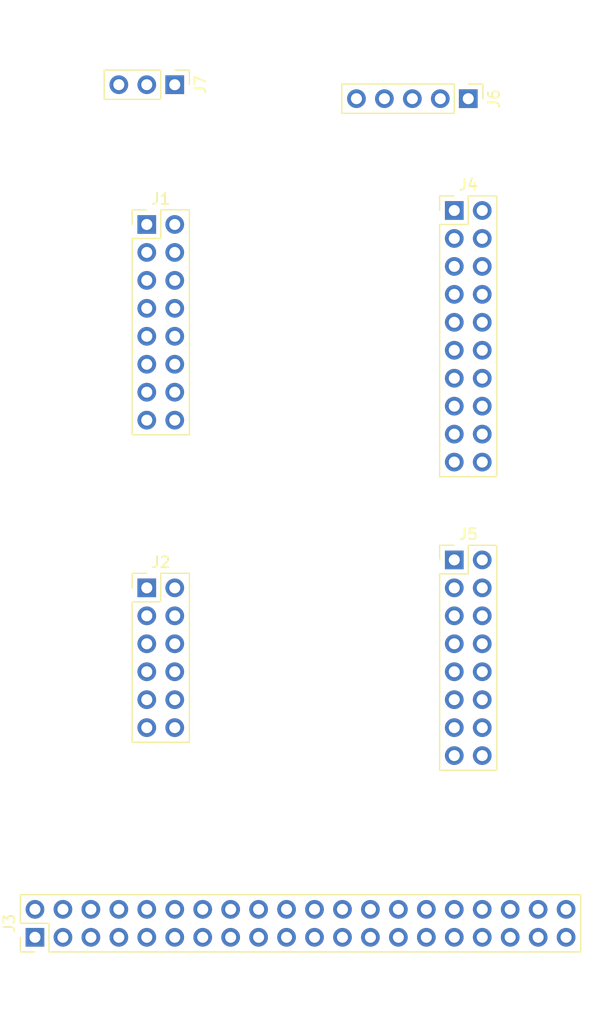
<source format=kicad_pcb>
(kicad_pcb (version 4) (host pcbnew 4.0.7)

  (general
    (links 25)
    (no_connects 25)
    (area 0 0 0 0)
    (thickness 1.6)
    (drawings 0)
    (tracks 0)
    (zones 0)
    (modules 7)
    (nets 88)
  )

  (page A4)
  (layers
    (0 F.Cu signal)
    (31 B.Cu signal)
    (32 B.Adhes user)
    (33 F.Adhes user)
    (34 B.Paste user)
    (35 F.Paste user)
    (36 B.SilkS user)
    (37 F.SilkS user)
    (38 B.Mask user)
    (39 F.Mask user)
    (40 Dwgs.User user)
    (41 Cmts.User user)
    (42 Eco1.User user)
    (43 Eco2.User user)
    (44 Edge.Cuts user)
    (45 Margin user)
    (46 B.CrtYd user)
    (47 F.CrtYd user)
    (48 B.Fab user)
    (49 F.Fab user)
  )

  (setup
    (last_trace_width 0.25)
    (trace_clearance 0.2)
    (zone_clearance 0.508)
    (zone_45_only no)
    (trace_min 0.2)
    (segment_width 0.2)
    (edge_width 0.15)
    (via_size 0.6)
    (via_drill 0.4)
    (via_min_size 0.4)
    (via_min_drill 0.3)
    (uvia_size 0.3)
    (uvia_drill 0.1)
    (uvias_allowed no)
    (uvia_min_size 0.2)
    (uvia_min_drill 0.1)
    (pcb_text_width 0.3)
    (pcb_text_size 1.5 1.5)
    (mod_edge_width 0.15)
    (mod_text_size 1 1)
    (mod_text_width 0.15)
    (pad_size 1.524 1.524)
    (pad_drill 0.762)
    (pad_to_mask_clearance 0.2)
    (aux_axis_origin 0 0)
    (visible_elements FFFFFF7F)
    (pcbplotparams
      (layerselection 0x00030_80000001)
      (usegerberextensions false)
      (excludeedgelayer true)
      (linewidth 0.100000)
      (plotframeref false)
      (viasonmask false)
      (mode 1)
      (useauxorigin false)
      (hpglpennumber 1)
      (hpglpenspeed 20)
      (hpglpendiameter 15)
      (hpglpenoverlay 2)
      (psnegative false)
      (psa4output false)
      (plotreference true)
      (plotvalue true)
      (plotinvisibletext false)
      (padsonsilk false)
      (subtractmaskfromsilk false)
      (outputformat 1)
      (mirror false)
      (drillshape 1)
      (scaleselection 1)
      (outputdirectory ""))
  )

  (net 0 "")
  (net 1 "Net-(J1-Pad1)")
  (net 2 "Net-(J1-Pad2)")
  (net 3 "Net-(J1-Pad3)")
  (net 4 "Net-(J1-Pad4)")
  (net 5 "Net-(J1-Pad5)")
  (net 6 "Net-(J1-Pad6)")
  (net 7 "Net-(J1-Pad7)")
  (net 8 "Net-(J1-Pad8)")
  (net 9 "Net-(J1-Pad9)")
  (net 10 "Net-(J1-Pad10)")
  (net 11 "Net-(J1-Pad11)")
  (net 12 /GND)
  (net 13 "Net-(J1-Pad13)")
  (net 14 "Net-(J1-Pad15)")
  (net 15 /5V)
  (net 16 "Net-(J2-Pad1)")
  (net 17 "Net-(J2-Pad2)")
  (net 18 "Net-(J2-Pad3)")
  (net 19 "Net-(J2-Pad4)")
  (net 20 "Net-(J2-Pad5)")
  (net 21 "Net-(J2-Pad6)")
  (net 22 "Net-(J2-Pad7)")
  (net 23 "Net-(J2-Pad8)")
  (net 24 "Net-(J2-Pad9)")
  (net 25 "Net-(J2-Pad10)")
  (net 26 "Net-(J2-Pad11)")
  (net 27 "Net-(J2-Pad12)")
  (net 28 "Net-(J3-Pad1)")
  (net 29 "Net-(J3-Pad3)")
  (net 30 "Net-(J3-Pad5)")
  (net 31 "Net-(J3-Pad7)")
  (net 32 "Net-(J3-Pad8)")
  (net 33 "Net-(J3-Pad10)")
  (net 34 "Net-(J3-Pad11)")
  (net 35 "Net-(J3-Pad12)")
  (net 36 "Net-(J3-Pad13)")
  (net 37 "Net-(J3-Pad15)")
  (net 38 "Net-(J3-Pad16)")
  (net 39 "Net-(J3-Pad17)")
  (net 40 "Net-(J3-Pad18)")
  (net 41 "Net-(J3-Pad19)")
  (net 42 "Net-(J3-Pad21)")
  (net 43 "Net-(J3-Pad22)")
  (net 44 "Net-(J3-Pad23)")
  (net 45 "Net-(J3-Pad24)")
  (net 46 "Net-(J3-Pad26)")
  (net 47 "Net-(J3-Pad27)")
  (net 48 "Net-(J3-Pad28)")
  (net 49 "Net-(J3-Pad29)")
  (net 50 /A1)
  (net 51 "Net-(J3-Pad32)")
  (net 52 /A2)
  (net 53 "Net-(J3-Pad35)")
  (net 54 "Net-(J3-Pad36)")
  (net 55 "Net-(J3-Pad37)")
  (net 56 /B1)
  (net 57 /B2)
  (net 58 "Net-(J4-Pad1)")
  (net 59 "Net-(J4-Pad2)")
  (net 60 /AO)
  (net 61 "Net-(J4-Pad6)")
  (net 62 "Net-(J4-Pad7)")
  (net 63 "Net-(J4-Pad8)")
  (net 64 "Net-(J4-Pad9)")
  (net 65 "Net-(J4-Pad10)")
  (net 66 "Net-(J4-Pad11)")
  (net 67 "Net-(J4-Pad12)")
  (net 68 "Net-(J4-Pad13)")
  (net 69 "Net-(J4-Pad15)")
  (net 70 "Net-(J4-Pad16)")
  (net 71 "Net-(J4-Pad17)")
  (net 72 "Net-(J4-Pad18)")
  (net 73 "Net-(J4-Pad19)")
  (net 74 "Net-(J4-Pad20)")
  (net 75 "Net-(J5-Pad1)")
  (net 76 "Net-(J5-Pad2)")
  (net 77 "Net-(J5-Pad3)")
  (net 78 "Net-(J5-Pad4)")
  (net 79 /CLK)
  (net 80 /SIG)
  (net 81 "Net-(J5-Pad8)")
  (net 82 "Net-(J5-Pad9)")
  (net 83 /SI)
  (net 84 "Net-(J5-Pad11)")
  (net 85 "Net-(J5-Pad12)")
  (net 86 "Net-(J5-Pad13)")
  (net 87 "Net-(J5-Pad15)")

  (net_class Default "This is the default net class."
    (clearance 0.2)
    (trace_width 0.25)
    (via_dia 0.6)
    (via_drill 0.4)
    (uvia_dia 0.3)
    (uvia_drill 0.1)
    (add_net /5V)
    (add_net /A1)
    (add_net /A2)
    (add_net /AO)
    (add_net /B1)
    (add_net /B2)
    (add_net /CLK)
    (add_net /GND)
    (add_net /SI)
    (add_net /SIG)
    (add_net "Net-(J1-Pad1)")
    (add_net "Net-(J1-Pad10)")
    (add_net "Net-(J1-Pad11)")
    (add_net "Net-(J1-Pad13)")
    (add_net "Net-(J1-Pad15)")
    (add_net "Net-(J1-Pad2)")
    (add_net "Net-(J1-Pad3)")
    (add_net "Net-(J1-Pad4)")
    (add_net "Net-(J1-Pad5)")
    (add_net "Net-(J1-Pad6)")
    (add_net "Net-(J1-Pad7)")
    (add_net "Net-(J1-Pad8)")
    (add_net "Net-(J1-Pad9)")
    (add_net "Net-(J2-Pad1)")
    (add_net "Net-(J2-Pad10)")
    (add_net "Net-(J2-Pad11)")
    (add_net "Net-(J2-Pad12)")
    (add_net "Net-(J2-Pad2)")
    (add_net "Net-(J2-Pad3)")
    (add_net "Net-(J2-Pad4)")
    (add_net "Net-(J2-Pad5)")
    (add_net "Net-(J2-Pad6)")
    (add_net "Net-(J2-Pad7)")
    (add_net "Net-(J2-Pad8)")
    (add_net "Net-(J2-Pad9)")
    (add_net "Net-(J3-Pad1)")
    (add_net "Net-(J3-Pad10)")
    (add_net "Net-(J3-Pad11)")
    (add_net "Net-(J3-Pad12)")
    (add_net "Net-(J3-Pad13)")
    (add_net "Net-(J3-Pad15)")
    (add_net "Net-(J3-Pad16)")
    (add_net "Net-(J3-Pad17)")
    (add_net "Net-(J3-Pad18)")
    (add_net "Net-(J3-Pad19)")
    (add_net "Net-(J3-Pad21)")
    (add_net "Net-(J3-Pad22)")
    (add_net "Net-(J3-Pad23)")
    (add_net "Net-(J3-Pad24)")
    (add_net "Net-(J3-Pad26)")
    (add_net "Net-(J3-Pad27)")
    (add_net "Net-(J3-Pad28)")
    (add_net "Net-(J3-Pad29)")
    (add_net "Net-(J3-Pad3)")
    (add_net "Net-(J3-Pad32)")
    (add_net "Net-(J3-Pad35)")
    (add_net "Net-(J3-Pad36)")
    (add_net "Net-(J3-Pad37)")
    (add_net "Net-(J3-Pad5)")
    (add_net "Net-(J3-Pad7)")
    (add_net "Net-(J3-Pad8)")
    (add_net "Net-(J4-Pad1)")
    (add_net "Net-(J4-Pad10)")
    (add_net "Net-(J4-Pad11)")
    (add_net "Net-(J4-Pad12)")
    (add_net "Net-(J4-Pad13)")
    (add_net "Net-(J4-Pad15)")
    (add_net "Net-(J4-Pad16)")
    (add_net "Net-(J4-Pad17)")
    (add_net "Net-(J4-Pad18)")
    (add_net "Net-(J4-Pad19)")
    (add_net "Net-(J4-Pad2)")
    (add_net "Net-(J4-Pad20)")
    (add_net "Net-(J4-Pad6)")
    (add_net "Net-(J4-Pad7)")
    (add_net "Net-(J4-Pad8)")
    (add_net "Net-(J4-Pad9)")
    (add_net "Net-(J5-Pad1)")
    (add_net "Net-(J5-Pad11)")
    (add_net "Net-(J5-Pad12)")
    (add_net "Net-(J5-Pad13)")
    (add_net "Net-(J5-Pad15)")
    (add_net "Net-(J5-Pad2)")
    (add_net "Net-(J5-Pad3)")
    (add_net "Net-(J5-Pad4)")
    (add_net "Net-(J5-Pad8)")
    (add_net "Net-(J5-Pad9)")
  )

  (module Pin_Headers:Pin_Header_Straight_2x08_Pitch2.54mm (layer F.Cu) (tedit 59650532) (tstamp 5BEBBA18)
    (at 113.03 60.96)
    (descr "Through hole straight pin header, 2x08, 2.54mm pitch, double rows")
    (tags "Through hole pin header THT 2x08 2.54mm double row")
    (path /5BEBC742)
    (fp_text reference J1 (at 1.27 -2.33) (layer F.SilkS)
      (effects (font (size 1 1) (thickness 0.15)))
    )
    (fp_text value top_left_header_02x08 (at 1.27 20.11) (layer F.Fab)
      (effects (font (size 1 1) (thickness 0.15)))
    )
    (fp_line (start 0 -1.27) (end 3.81 -1.27) (layer F.Fab) (width 0.1))
    (fp_line (start 3.81 -1.27) (end 3.81 19.05) (layer F.Fab) (width 0.1))
    (fp_line (start 3.81 19.05) (end -1.27 19.05) (layer F.Fab) (width 0.1))
    (fp_line (start -1.27 19.05) (end -1.27 0) (layer F.Fab) (width 0.1))
    (fp_line (start -1.27 0) (end 0 -1.27) (layer F.Fab) (width 0.1))
    (fp_line (start -1.33 19.11) (end 3.87 19.11) (layer F.SilkS) (width 0.12))
    (fp_line (start -1.33 1.27) (end -1.33 19.11) (layer F.SilkS) (width 0.12))
    (fp_line (start 3.87 -1.33) (end 3.87 19.11) (layer F.SilkS) (width 0.12))
    (fp_line (start -1.33 1.27) (end 1.27 1.27) (layer F.SilkS) (width 0.12))
    (fp_line (start 1.27 1.27) (end 1.27 -1.33) (layer F.SilkS) (width 0.12))
    (fp_line (start 1.27 -1.33) (end 3.87 -1.33) (layer F.SilkS) (width 0.12))
    (fp_line (start -1.33 0) (end -1.33 -1.33) (layer F.SilkS) (width 0.12))
    (fp_line (start -1.33 -1.33) (end 0 -1.33) (layer F.SilkS) (width 0.12))
    (fp_line (start -1.8 -1.8) (end -1.8 19.55) (layer F.CrtYd) (width 0.05))
    (fp_line (start -1.8 19.55) (end 4.35 19.55) (layer F.CrtYd) (width 0.05))
    (fp_line (start 4.35 19.55) (end 4.35 -1.8) (layer F.CrtYd) (width 0.05))
    (fp_line (start 4.35 -1.8) (end -1.8 -1.8) (layer F.CrtYd) (width 0.05))
    (fp_text user %R (at 1.27 8.89 90) (layer F.Fab)
      (effects (font (size 1 1) (thickness 0.15)))
    )
    (pad 1 thru_hole rect (at 0 0) (size 1.7 1.7) (drill 1) (layers *.Cu *.Mask)
      (net 1 "Net-(J1-Pad1)"))
    (pad 2 thru_hole oval (at 2.54 0) (size 1.7 1.7) (drill 1) (layers *.Cu *.Mask)
      (net 2 "Net-(J1-Pad2)"))
    (pad 3 thru_hole oval (at 0 2.54) (size 1.7 1.7) (drill 1) (layers *.Cu *.Mask)
      (net 3 "Net-(J1-Pad3)"))
    (pad 4 thru_hole oval (at 2.54 2.54) (size 1.7 1.7) (drill 1) (layers *.Cu *.Mask)
      (net 4 "Net-(J1-Pad4)"))
    (pad 5 thru_hole oval (at 0 5.08) (size 1.7 1.7) (drill 1) (layers *.Cu *.Mask)
      (net 5 "Net-(J1-Pad5)"))
    (pad 6 thru_hole oval (at 2.54 5.08) (size 1.7 1.7) (drill 1) (layers *.Cu *.Mask)
      (net 6 "Net-(J1-Pad6)"))
    (pad 7 thru_hole oval (at 0 7.62) (size 1.7 1.7) (drill 1) (layers *.Cu *.Mask)
      (net 7 "Net-(J1-Pad7)"))
    (pad 8 thru_hole oval (at 2.54 7.62) (size 1.7 1.7) (drill 1) (layers *.Cu *.Mask)
      (net 8 "Net-(J1-Pad8)"))
    (pad 9 thru_hole oval (at 0 10.16) (size 1.7 1.7) (drill 1) (layers *.Cu *.Mask)
      (net 9 "Net-(J1-Pad9)"))
    (pad 10 thru_hole oval (at 2.54 10.16) (size 1.7 1.7) (drill 1) (layers *.Cu *.Mask)
      (net 10 "Net-(J1-Pad10)"))
    (pad 11 thru_hole oval (at 0 12.7) (size 1.7 1.7) (drill 1) (layers *.Cu *.Mask)
      (net 11 "Net-(J1-Pad11)"))
    (pad 12 thru_hole oval (at 2.54 12.7) (size 1.7 1.7) (drill 1) (layers *.Cu *.Mask)
      (net 12 /GND))
    (pad 13 thru_hole oval (at 0 15.24) (size 1.7 1.7) (drill 1) (layers *.Cu *.Mask)
      (net 13 "Net-(J1-Pad13)"))
    (pad 14 thru_hole oval (at 2.54 15.24) (size 1.7 1.7) (drill 1) (layers *.Cu *.Mask)
      (net 12 /GND))
    (pad 15 thru_hole oval (at 0 17.78) (size 1.7 1.7) (drill 1) (layers *.Cu *.Mask)
      (net 14 "Net-(J1-Pad15)"))
    (pad 16 thru_hole oval (at 2.54 17.78) (size 1.7 1.7) (drill 1) (layers *.Cu *.Mask)
      (net 15 /5V))
    (model ${KISYS3DMOD}/Pin_Headers.3dshapes/Pin_Header_Straight_2x08_Pitch2.54mm.wrl
      (at (xyz 0 0 0))
      (scale (xyz 1 1 1))
      (rotate (xyz 0 0 0))
    )
  )

  (module Pin_Headers:Pin_Header_Straight_2x06_Pitch2.54mm (layer F.Cu) (tedit 59650532) (tstamp 5BEBBA28)
    (at 113.03 93.98)
    (descr "Through hole straight pin header, 2x06, 2.54mm pitch, double rows")
    (tags "Through hole pin header THT 2x06 2.54mm double row")
    (path /5BEBC80A)
    (fp_text reference J2 (at 1.27 -2.33) (layer F.SilkS)
      (effects (font (size 1 1) (thickness 0.15)))
    )
    (fp_text value bottom_left_header_02x06 (at 1.27 15.03) (layer F.Fab)
      (effects (font (size 1 1) (thickness 0.15)))
    )
    (fp_line (start 0 -1.27) (end 3.81 -1.27) (layer F.Fab) (width 0.1))
    (fp_line (start 3.81 -1.27) (end 3.81 13.97) (layer F.Fab) (width 0.1))
    (fp_line (start 3.81 13.97) (end -1.27 13.97) (layer F.Fab) (width 0.1))
    (fp_line (start -1.27 13.97) (end -1.27 0) (layer F.Fab) (width 0.1))
    (fp_line (start -1.27 0) (end 0 -1.27) (layer F.Fab) (width 0.1))
    (fp_line (start -1.33 14.03) (end 3.87 14.03) (layer F.SilkS) (width 0.12))
    (fp_line (start -1.33 1.27) (end -1.33 14.03) (layer F.SilkS) (width 0.12))
    (fp_line (start 3.87 -1.33) (end 3.87 14.03) (layer F.SilkS) (width 0.12))
    (fp_line (start -1.33 1.27) (end 1.27 1.27) (layer F.SilkS) (width 0.12))
    (fp_line (start 1.27 1.27) (end 1.27 -1.33) (layer F.SilkS) (width 0.12))
    (fp_line (start 1.27 -1.33) (end 3.87 -1.33) (layer F.SilkS) (width 0.12))
    (fp_line (start -1.33 0) (end -1.33 -1.33) (layer F.SilkS) (width 0.12))
    (fp_line (start -1.33 -1.33) (end 0 -1.33) (layer F.SilkS) (width 0.12))
    (fp_line (start -1.8 -1.8) (end -1.8 14.5) (layer F.CrtYd) (width 0.05))
    (fp_line (start -1.8 14.5) (end 4.35 14.5) (layer F.CrtYd) (width 0.05))
    (fp_line (start 4.35 14.5) (end 4.35 -1.8) (layer F.CrtYd) (width 0.05))
    (fp_line (start 4.35 -1.8) (end -1.8 -1.8) (layer F.CrtYd) (width 0.05))
    (fp_text user %R (at 1.27 6.35 90) (layer F.Fab)
      (effects (font (size 1 1) (thickness 0.15)))
    )
    (pad 1 thru_hole rect (at 0 0) (size 1.7 1.7) (drill 1) (layers *.Cu *.Mask)
      (net 16 "Net-(J2-Pad1)"))
    (pad 2 thru_hole oval (at 2.54 0) (size 1.7 1.7) (drill 1) (layers *.Cu *.Mask)
      (net 17 "Net-(J2-Pad2)"))
    (pad 3 thru_hole oval (at 0 2.54) (size 1.7 1.7) (drill 1) (layers *.Cu *.Mask)
      (net 18 "Net-(J2-Pad3)"))
    (pad 4 thru_hole oval (at 2.54 2.54) (size 1.7 1.7) (drill 1) (layers *.Cu *.Mask)
      (net 19 "Net-(J2-Pad4)"))
    (pad 5 thru_hole oval (at 0 5.08) (size 1.7 1.7) (drill 1) (layers *.Cu *.Mask)
      (net 20 "Net-(J2-Pad5)"))
    (pad 6 thru_hole oval (at 2.54 5.08) (size 1.7 1.7) (drill 1) (layers *.Cu *.Mask)
      (net 21 "Net-(J2-Pad6)"))
    (pad 7 thru_hole oval (at 0 7.62) (size 1.7 1.7) (drill 1) (layers *.Cu *.Mask)
      (net 22 "Net-(J2-Pad7)"))
    (pad 8 thru_hole oval (at 2.54 7.62) (size 1.7 1.7) (drill 1) (layers *.Cu *.Mask)
      (net 23 "Net-(J2-Pad8)"))
    (pad 9 thru_hole oval (at 0 10.16) (size 1.7 1.7) (drill 1) (layers *.Cu *.Mask)
      (net 24 "Net-(J2-Pad9)"))
    (pad 10 thru_hole oval (at 2.54 10.16) (size 1.7 1.7) (drill 1) (layers *.Cu *.Mask)
      (net 25 "Net-(J2-Pad10)"))
    (pad 11 thru_hole oval (at 0 12.7) (size 1.7 1.7) (drill 1) (layers *.Cu *.Mask)
      (net 26 "Net-(J2-Pad11)"))
    (pad 12 thru_hole oval (at 2.54 12.7) (size 1.7 1.7) (drill 1) (layers *.Cu *.Mask)
      (net 27 "Net-(J2-Pad12)"))
    (model ${KISYS3DMOD}/Pin_Headers.3dshapes/Pin_Header_Straight_2x06_Pitch2.54mm.wrl
      (at (xyz 0 0 0))
      (scale (xyz 1 1 1))
      (rotate (xyz 0 0 0))
    )
  )

  (module Pin_Headers:Pin_Header_Straight_2x20_Pitch2.54mm (layer F.Cu) (tedit 59650533) (tstamp 5BEBBA54)
    (at 102.87 125.73 90)
    (descr "Through hole straight pin header, 2x20, 2.54mm pitch, double rows")
    (tags "Through hole pin header THT 2x20 2.54mm double row")
    (path /5BEBCC38)
    (fp_text reference J3 (at 1.27 -2.33 90) (layer F.SilkS)
      (effects (font (size 1 1) (thickness 0.15)))
    )
    (fp_text value rpi_motor_driver_header (at 1.27 50.59 90) (layer F.Fab)
      (effects (font (size 1 1) (thickness 0.15)))
    )
    (fp_line (start 0 -1.27) (end 3.81 -1.27) (layer F.Fab) (width 0.1))
    (fp_line (start 3.81 -1.27) (end 3.81 49.53) (layer F.Fab) (width 0.1))
    (fp_line (start 3.81 49.53) (end -1.27 49.53) (layer F.Fab) (width 0.1))
    (fp_line (start -1.27 49.53) (end -1.27 0) (layer F.Fab) (width 0.1))
    (fp_line (start -1.27 0) (end 0 -1.27) (layer F.Fab) (width 0.1))
    (fp_line (start -1.33 49.59) (end 3.87 49.59) (layer F.SilkS) (width 0.12))
    (fp_line (start -1.33 1.27) (end -1.33 49.59) (layer F.SilkS) (width 0.12))
    (fp_line (start 3.87 -1.33) (end 3.87 49.59) (layer F.SilkS) (width 0.12))
    (fp_line (start -1.33 1.27) (end 1.27 1.27) (layer F.SilkS) (width 0.12))
    (fp_line (start 1.27 1.27) (end 1.27 -1.33) (layer F.SilkS) (width 0.12))
    (fp_line (start 1.27 -1.33) (end 3.87 -1.33) (layer F.SilkS) (width 0.12))
    (fp_line (start -1.33 0) (end -1.33 -1.33) (layer F.SilkS) (width 0.12))
    (fp_line (start -1.33 -1.33) (end 0 -1.33) (layer F.SilkS) (width 0.12))
    (fp_line (start -1.8 -1.8) (end -1.8 50.05) (layer F.CrtYd) (width 0.05))
    (fp_line (start -1.8 50.05) (end 4.35 50.05) (layer F.CrtYd) (width 0.05))
    (fp_line (start 4.35 50.05) (end 4.35 -1.8) (layer F.CrtYd) (width 0.05))
    (fp_line (start 4.35 -1.8) (end -1.8 -1.8) (layer F.CrtYd) (width 0.05))
    (fp_text user %R (at 1.27 24.13 180) (layer F.Fab)
      (effects (font (size 1 1) (thickness 0.15)))
    )
    (pad 1 thru_hole rect (at 0 0 90) (size 1.7 1.7) (drill 1) (layers *.Cu *.Mask)
      (net 28 "Net-(J3-Pad1)"))
    (pad 2 thru_hole oval (at 2.54 0 90) (size 1.7 1.7) (drill 1) (layers *.Cu *.Mask)
      (net 15 /5V))
    (pad 3 thru_hole oval (at 0 2.54 90) (size 1.7 1.7) (drill 1) (layers *.Cu *.Mask)
      (net 29 "Net-(J3-Pad3)"))
    (pad 4 thru_hole oval (at 2.54 2.54 90) (size 1.7 1.7) (drill 1) (layers *.Cu *.Mask)
      (net 15 /5V))
    (pad 5 thru_hole oval (at 0 5.08 90) (size 1.7 1.7) (drill 1) (layers *.Cu *.Mask)
      (net 30 "Net-(J3-Pad5)"))
    (pad 6 thru_hole oval (at 2.54 5.08 90) (size 1.7 1.7) (drill 1) (layers *.Cu *.Mask)
      (net 12 /GND))
    (pad 7 thru_hole oval (at 0 7.62 90) (size 1.7 1.7) (drill 1) (layers *.Cu *.Mask)
      (net 31 "Net-(J3-Pad7)"))
    (pad 8 thru_hole oval (at 2.54 7.62 90) (size 1.7 1.7) (drill 1) (layers *.Cu *.Mask)
      (net 32 "Net-(J3-Pad8)"))
    (pad 9 thru_hole oval (at 0 10.16 90) (size 1.7 1.7) (drill 1) (layers *.Cu *.Mask)
      (net 12 /GND))
    (pad 10 thru_hole oval (at 2.54 10.16 90) (size 1.7 1.7) (drill 1) (layers *.Cu *.Mask)
      (net 33 "Net-(J3-Pad10)"))
    (pad 11 thru_hole oval (at 0 12.7 90) (size 1.7 1.7) (drill 1) (layers *.Cu *.Mask)
      (net 34 "Net-(J3-Pad11)"))
    (pad 12 thru_hole oval (at 2.54 12.7 90) (size 1.7 1.7) (drill 1) (layers *.Cu *.Mask)
      (net 35 "Net-(J3-Pad12)"))
    (pad 13 thru_hole oval (at 0 15.24 90) (size 1.7 1.7) (drill 1) (layers *.Cu *.Mask)
      (net 36 "Net-(J3-Pad13)"))
    (pad 14 thru_hole oval (at 2.54 15.24 90) (size 1.7 1.7) (drill 1) (layers *.Cu *.Mask)
      (net 12 /GND))
    (pad 15 thru_hole oval (at 0 17.78 90) (size 1.7 1.7) (drill 1) (layers *.Cu *.Mask)
      (net 37 "Net-(J3-Pad15)"))
    (pad 16 thru_hole oval (at 2.54 17.78 90) (size 1.7 1.7) (drill 1) (layers *.Cu *.Mask)
      (net 38 "Net-(J3-Pad16)"))
    (pad 17 thru_hole oval (at 0 20.32 90) (size 1.7 1.7) (drill 1) (layers *.Cu *.Mask)
      (net 39 "Net-(J3-Pad17)"))
    (pad 18 thru_hole oval (at 2.54 20.32 90) (size 1.7 1.7) (drill 1) (layers *.Cu *.Mask)
      (net 40 "Net-(J3-Pad18)"))
    (pad 19 thru_hole oval (at 0 22.86 90) (size 1.7 1.7) (drill 1) (layers *.Cu *.Mask)
      (net 41 "Net-(J3-Pad19)"))
    (pad 20 thru_hole oval (at 2.54 22.86 90) (size 1.7 1.7) (drill 1) (layers *.Cu *.Mask)
      (net 12 /GND))
    (pad 21 thru_hole oval (at 0 25.4 90) (size 1.7 1.7) (drill 1) (layers *.Cu *.Mask)
      (net 42 "Net-(J3-Pad21)"))
    (pad 22 thru_hole oval (at 2.54 25.4 90) (size 1.7 1.7) (drill 1) (layers *.Cu *.Mask)
      (net 43 "Net-(J3-Pad22)"))
    (pad 23 thru_hole oval (at 0 27.94 90) (size 1.7 1.7) (drill 1) (layers *.Cu *.Mask)
      (net 44 "Net-(J3-Pad23)"))
    (pad 24 thru_hole oval (at 2.54 27.94 90) (size 1.7 1.7) (drill 1) (layers *.Cu *.Mask)
      (net 45 "Net-(J3-Pad24)"))
    (pad 25 thru_hole oval (at 0 30.48 90) (size 1.7 1.7) (drill 1) (layers *.Cu *.Mask)
      (net 12 /GND))
    (pad 26 thru_hole oval (at 2.54 30.48 90) (size 1.7 1.7) (drill 1) (layers *.Cu *.Mask)
      (net 46 "Net-(J3-Pad26)"))
    (pad 27 thru_hole oval (at 0 33.02 90) (size 1.7 1.7) (drill 1) (layers *.Cu *.Mask)
      (net 47 "Net-(J3-Pad27)"))
    (pad 28 thru_hole oval (at 2.54 33.02 90) (size 1.7 1.7) (drill 1) (layers *.Cu *.Mask)
      (net 48 "Net-(J3-Pad28)"))
    (pad 29 thru_hole oval (at 0 35.56 90) (size 1.7 1.7) (drill 1) (layers *.Cu *.Mask)
      (net 49 "Net-(J3-Pad29)"))
    (pad 30 thru_hole oval (at 2.54 35.56 90) (size 1.7 1.7) (drill 1) (layers *.Cu *.Mask)
      (net 12 /GND))
    (pad 31 thru_hole oval (at 0 38.1 90) (size 1.7 1.7) (drill 1) (layers *.Cu *.Mask)
      (net 50 /A1))
    (pad 32 thru_hole oval (at 2.54 38.1 90) (size 1.7 1.7) (drill 1) (layers *.Cu *.Mask)
      (net 51 "Net-(J3-Pad32)"))
    (pad 33 thru_hole oval (at 0 40.64 90) (size 1.7 1.7) (drill 1) (layers *.Cu *.Mask)
      (net 52 /A2))
    (pad 34 thru_hole oval (at 2.54 40.64 90) (size 1.7 1.7) (drill 1) (layers *.Cu *.Mask)
      (net 12 /GND))
    (pad 35 thru_hole oval (at 0 43.18 90) (size 1.7 1.7) (drill 1) (layers *.Cu *.Mask)
      (net 53 "Net-(J3-Pad35)"))
    (pad 36 thru_hole oval (at 2.54 43.18 90) (size 1.7 1.7) (drill 1) (layers *.Cu *.Mask)
      (net 54 "Net-(J3-Pad36)"))
    (pad 37 thru_hole oval (at 0 45.72 90) (size 1.7 1.7) (drill 1) (layers *.Cu *.Mask)
      (net 55 "Net-(J3-Pad37)"))
    (pad 38 thru_hole oval (at 2.54 45.72 90) (size 1.7 1.7) (drill 1) (layers *.Cu *.Mask)
      (net 56 /B1))
    (pad 39 thru_hole oval (at 0 48.26 90) (size 1.7 1.7) (drill 1) (layers *.Cu *.Mask)
      (net 12 /GND))
    (pad 40 thru_hole oval (at 2.54 48.26 90) (size 1.7 1.7) (drill 1) (layers *.Cu *.Mask)
      (net 57 /B2))
    (model ${KISYS3DMOD}/Pin_Headers.3dshapes/Pin_Header_Straight_2x20_Pitch2.54mm.wrl
      (at (xyz 0 0 0))
      (scale (xyz 1 1 1))
      (rotate (xyz 0 0 0))
    )
  )

  (module Pin_Headers:Pin_Header_Straight_2x10_Pitch2.54mm (layer F.Cu) (tedit 59650532) (tstamp 5BEBBA6C)
    (at 140.97 59.69)
    (descr "Through hole straight pin header, 2x10, 2.54mm pitch, double rows")
    (tags "Through hole pin header THT 2x10 2.54mm double row")
    (path /5BEBC857)
    (fp_text reference J4 (at 1.27 -2.33) (layer F.SilkS)
      (effects (font (size 1 1) (thickness 0.15)))
    )
    (fp_text value top_right_header_02x10 (at 1.27 25.19) (layer F.Fab)
      (effects (font (size 1 1) (thickness 0.15)))
    )
    (fp_line (start 0 -1.27) (end 3.81 -1.27) (layer F.Fab) (width 0.1))
    (fp_line (start 3.81 -1.27) (end 3.81 24.13) (layer F.Fab) (width 0.1))
    (fp_line (start 3.81 24.13) (end -1.27 24.13) (layer F.Fab) (width 0.1))
    (fp_line (start -1.27 24.13) (end -1.27 0) (layer F.Fab) (width 0.1))
    (fp_line (start -1.27 0) (end 0 -1.27) (layer F.Fab) (width 0.1))
    (fp_line (start -1.33 24.19) (end 3.87 24.19) (layer F.SilkS) (width 0.12))
    (fp_line (start -1.33 1.27) (end -1.33 24.19) (layer F.SilkS) (width 0.12))
    (fp_line (start 3.87 -1.33) (end 3.87 24.19) (layer F.SilkS) (width 0.12))
    (fp_line (start -1.33 1.27) (end 1.27 1.27) (layer F.SilkS) (width 0.12))
    (fp_line (start 1.27 1.27) (end 1.27 -1.33) (layer F.SilkS) (width 0.12))
    (fp_line (start 1.27 -1.33) (end 3.87 -1.33) (layer F.SilkS) (width 0.12))
    (fp_line (start -1.33 0) (end -1.33 -1.33) (layer F.SilkS) (width 0.12))
    (fp_line (start -1.33 -1.33) (end 0 -1.33) (layer F.SilkS) (width 0.12))
    (fp_line (start -1.8 -1.8) (end -1.8 24.65) (layer F.CrtYd) (width 0.05))
    (fp_line (start -1.8 24.65) (end 4.35 24.65) (layer F.CrtYd) (width 0.05))
    (fp_line (start 4.35 24.65) (end 4.35 -1.8) (layer F.CrtYd) (width 0.05))
    (fp_line (start 4.35 -1.8) (end -1.8 -1.8) (layer F.CrtYd) (width 0.05))
    (fp_text user %R (at 1.27 11.43 90) (layer F.Fab)
      (effects (font (size 1 1) (thickness 0.15)))
    )
    (pad 1 thru_hole rect (at 0 0) (size 1.7 1.7) (drill 1) (layers *.Cu *.Mask)
      (net 58 "Net-(J4-Pad1)"))
    (pad 2 thru_hole oval (at 2.54 0) (size 1.7 1.7) (drill 1) (layers *.Cu *.Mask)
      (net 59 "Net-(J4-Pad2)"))
    (pad 3 thru_hole oval (at 0 2.54) (size 1.7 1.7) (drill 1) (layers *.Cu *.Mask)
      (net 12 /GND))
    (pad 4 thru_hole oval (at 2.54 2.54) (size 1.7 1.7) (drill 1) (layers *.Cu *.Mask)
      (net 57 /B2))
    (pad 5 thru_hole oval (at 0 5.08) (size 1.7 1.7) (drill 1) (layers *.Cu *.Mask)
      (net 60 /AO))
    (pad 6 thru_hole oval (at 2.54 5.08) (size 1.7 1.7) (drill 1) (layers *.Cu *.Mask)
      (net 61 "Net-(J4-Pad6)"))
    (pad 7 thru_hole oval (at 0 7.62) (size 1.7 1.7) (drill 1) (layers *.Cu *.Mask)
      (net 62 "Net-(J4-Pad7)"))
    (pad 8 thru_hole oval (at 2.54 7.62) (size 1.7 1.7) (drill 1) (layers *.Cu *.Mask)
      (net 63 "Net-(J4-Pad8)"))
    (pad 9 thru_hole oval (at 0 10.16) (size 1.7 1.7) (drill 1) (layers *.Cu *.Mask)
      (net 64 "Net-(J4-Pad9)"))
    (pad 10 thru_hole oval (at 2.54 10.16) (size 1.7 1.7) (drill 1) (layers *.Cu *.Mask)
      (net 65 "Net-(J4-Pad10)"))
    (pad 11 thru_hole oval (at 0 12.7) (size 1.7 1.7) (drill 1) (layers *.Cu *.Mask)
      (net 66 "Net-(J4-Pad11)"))
    (pad 12 thru_hole oval (at 2.54 12.7) (size 1.7 1.7) (drill 1) (layers *.Cu *.Mask)
      (net 67 "Net-(J4-Pad12)"))
    (pad 13 thru_hole oval (at 0 15.24) (size 1.7 1.7) (drill 1) (layers *.Cu *.Mask)
      (net 68 "Net-(J4-Pad13)"))
    (pad 14 thru_hole oval (at 2.54 15.24) (size 1.7 1.7) (drill 1) (layers *.Cu *.Mask)
      (net 12 /GND))
    (pad 15 thru_hole oval (at 0 17.78) (size 1.7 1.7) (drill 1) (layers *.Cu *.Mask)
      (net 69 "Net-(J4-Pad15)"))
    (pad 16 thru_hole oval (at 2.54 17.78) (size 1.7 1.7) (drill 1) (layers *.Cu *.Mask)
      (net 70 "Net-(J4-Pad16)"))
    (pad 17 thru_hole oval (at 0 20.32) (size 1.7 1.7) (drill 1) (layers *.Cu *.Mask)
      (net 71 "Net-(J4-Pad17)"))
    (pad 18 thru_hole oval (at 2.54 20.32) (size 1.7 1.7) (drill 1) (layers *.Cu *.Mask)
      (net 72 "Net-(J4-Pad18)"))
    (pad 19 thru_hole oval (at 0 22.86) (size 1.7 1.7) (drill 1) (layers *.Cu *.Mask)
      (net 73 "Net-(J4-Pad19)"))
    (pad 20 thru_hole oval (at 2.54 22.86) (size 1.7 1.7) (drill 1) (layers *.Cu *.Mask)
      (net 74 "Net-(J4-Pad20)"))
    (model ${KISYS3DMOD}/Pin_Headers.3dshapes/Pin_Header_Straight_2x10_Pitch2.54mm.wrl
      (at (xyz 0 0 0))
      (scale (xyz 1 1 1))
      (rotate (xyz 0 0 0))
    )
  )

  (module Pin_Headers:Pin_Header_Straight_2x08_Pitch2.54mm (layer F.Cu) (tedit 59650532) (tstamp 5BEBBA80)
    (at 140.97 91.44)
    (descr "Through hole straight pin header, 2x08, 2.54mm pitch, double rows")
    (tags "Through hole pin header THT 2x08 2.54mm double row")
    (path /5BEBCB19)
    (fp_text reference J5 (at 1.27 -2.33) (layer F.SilkS)
      (effects (font (size 1 1) (thickness 0.15)))
    )
    (fp_text value bottom_right_header_02x08 (at 1.27 20.11) (layer F.Fab)
      (effects (font (size 1 1) (thickness 0.15)))
    )
    (fp_line (start 0 -1.27) (end 3.81 -1.27) (layer F.Fab) (width 0.1))
    (fp_line (start 3.81 -1.27) (end 3.81 19.05) (layer F.Fab) (width 0.1))
    (fp_line (start 3.81 19.05) (end -1.27 19.05) (layer F.Fab) (width 0.1))
    (fp_line (start -1.27 19.05) (end -1.27 0) (layer F.Fab) (width 0.1))
    (fp_line (start -1.27 0) (end 0 -1.27) (layer F.Fab) (width 0.1))
    (fp_line (start -1.33 19.11) (end 3.87 19.11) (layer F.SilkS) (width 0.12))
    (fp_line (start -1.33 1.27) (end -1.33 19.11) (layer F.SilkS) (width 0.12))
    (fp_line (start 3.87 -1.33) (end 3.87 19.11) (layer F.SilkS) (width 0.12))
    (fp_line (start -1.33 1.27) (end 1.27 1.27) (layer F.SilkS) (width 0.12))
    (fp_line (start 1.27 1.27) (end 1.27 -1.33) (layer F.SilkS) (width 0.12))
    (fp_line (start 1.27 -1.33) (end 3.87 -1.33) (layer F.SilkS) (width 0.12))
    (fp_line (start -1.33 0) (end -1.33 -1.33) (layer F.SilkS) (width 0.12))
    (fp_line (start -1.33 -1.33) (end 0 -1.33) (layer F.SilkS) (width 0.12))
    (fp_line (start -1.8 -1.8) (end -1.8 19.55) (layer F.CrtYd) (width 0.05))
    (fp_line (start -1.8 19.55) (end 4.35 19.55) (layer F.CrtYd) (width 0.05))
    (fp_line (start 4.35 19.55) (end 4.35 -1.8) (layer F.CrtYd) (width 0.05))
    (fp_line (start 4.35 -1.8) (end -1.8 -1.8) (layer F.CrtYd) (width 0.05))
    (fp_text user %R (at 1.27 8.89 90) (layer F.Fab)
      (effects (font (size 1 1) (thickness 0.15)))
    )
    (pad 1 thru_hole rect (at 0 0) (size 1.7 1.7) (drill 1) (layers *.Cu *.Mask)
      (net 75 "Net-(J5-Pad1)"))
    (pad 2 thru_hole oval (at 2.54 0) (size 1.7 1.7) (drill 1) (layers *.Cu *.Mask)
      (net 76 "Net-(J5-Pad2)"))
    (pad 3 thru_hole oval (at 0 2.54) (size 1.7 1.7) (drill 1) (layers *.Cu *.Mask)
      (net 77 "Net-(J5-Pad3)"))
    (pad 4 thru_hole oval (at 2.54 2.54) (size 1.7 1.7) (drill 1) (layers *.Cu *.Mask)
      (net 78 "Net-(J5-Pad4)"))
    (pad 5 thru_hole oval (at 0 5.08) (size 1.7 1.7) (drill 1) (layers *.Cu *.Mask)
      (net 50 /A1))
    (pad 6 thru_hole oval (at 2.54 5.08) (size 1.7 1.7) (drill 1) (layers *.Cu *.Mask)
      (net 79 /CLK))
    (pad 7 thru_hole oval (at 0 7.62) (size 1.7 1.7) (drill 1) (layers *.Cu *.Mask)
      (net 80 /SIG))
    (pad 8 thru_hole oval (at 2.54 7.62) (size 1.7 1.7) (drill 1) (layers *.Cu *.Mask)
      (net 81 "Net-(J5-Pad8)"))
    (pad 9 thru_hole oval (at 0 10.16) (size 1.7 1.7) (drill 1) (layers *.Cu *.Mask)
      (net 82 "Net-(J5-Pad9)"))
    (pad 10 thru_hole oval (at 2.54 10.16) (size 1.7 1.7) (drill 1) (layers *.Cu *.Mask)
      (net 83 /SI))
    (pad 11 thru_hole oval (at 0 12.7) (size 1.7 1.7) (drill 1) (layers *.Cu *.Mask)
      (net 84 "Net-(J5-Pad11)"))
    (pad 12 thru_hole oval (at 2.54 12.7) (size 1.7 1.7) (drill 1) (layers *.Cu *.Mask)
      (net 85 "Net-(J5-Pad12)"))
    (pad 13 thru_hole oval (at 0 15.24) (size 1.7 1.7) (drill 1) (layers *.Cu *.Mask)
      (net 86 "Net-(J5-Pad13)"))
    (pad 14 thru_hole oval (at 2.54 15.24) (size 1.7 1.7) (drill 1) (layers *.Cu *.Mask)
      (net 52 /A2))
    (pad 15 thru_hole oval (at 0 17.78) (size 1.7 1.7) (drill 1) (layers *.Cu *.Mask)
      (net 87 "Net-(J5-Pad15)"))
    (pad 16 thru_hole oval (at 2.54 17.78) (size 1.7 1.7) (drill 1) (layers *.Cu *.Mask)
      (net 56 /B1))
    (model ${KISYS3DMOD}/Pin_Headers.3dshapes/Pin_Header_Straight_2x08_Pitch2.54mm.wrl
      (at (xyz 0 0 0))
      (scale (xyz 1 1 1))
      (rotate (xyz 0 0 0))
    )
  )

  (module Pin_Headers:Pin_Header_Straight_1x05_Pitch2.54mm (layer F.Cu) (tedit 59650532) (tstamp 5BEBBA89)
    (at 142.24 49.53 270)
    (descr "Through hole straight pin header, 1x05, 2.54mm pitch, single row")
    (tags "Through hole pin header THT 1x05 2.54mm single row")
    (path /5BEBD558)
    (fp_text reference J6 (at 0 -2.33 270) (layer F.SilkS)
      (effects (font (size 1 1) (thickness 0.15)))
    )
    (fp_text value camera_header_01x05 (at 0 12.49 270) (layer F.Fab)
      (effects (font (size 1 1) (thickness 0.15)))
    )
    (fp_line (start -0.635 -1.27) (end 1.27 -1.27) (layer F.Fab) (width 0.1))
    (fp_line (start 1.27 -1.27) (end 1.27 11.43) (layer F.Fab) (width 0.1))
    (fp_line (start 1.27 11.43) (end -1.27 11.43) (layer F.Fab) (width 0.1))
    (fp_line (start -1.27 11.43) (end -1.27 -0.635) (layer F.Fab) (width 0.1))
    (fp_line (start -1.27 -0.635) (end -0.635 -1.27) (layer F.Fab) (width 0.1))
    (fp_line (start -1.33 11.49) (end 1.33 11.49) (layer F.SilkS) (width 0.12))
    (fp_line (start -1.33 1.27) (end -1.33 11.49) (layer F.SilkS) (width 0.12))
    (fp_line (start 1.33 1.27) (end 1.33 11.49) (layer F.SilkS) (width 0.12))
    (fp_line (start -1.33 1.27) (end 1.33 1.27) (layer F.SilkS) (width 0.12))
    (fp_line (start -1.33 0) (end -1.33 -1.33) (layer F.SilkS) (width 0.12))
    (fp_line (start -1.33 -1.33) (end 0 -1.33) (layer F.SilkS) (width 0.12))
    (fp_line (start -1.8 -1.8) (end -1.8 11.95) (layer F.CrtYd) (width 0.05))
    (fp_line (start -1.8 11.95) (end 1.8 11.95) (layer F.CrtYd) (width 0.05))
    (fp_line (start 1.8 11.95) (end 1.8 -1.8) (layer F.CrtYd) (width 0.05))
    (fp_line (start 1.8 -1.8) (end -1.8 -1.8) (layer F.CrtYd) (width 0.05))
    (fp_text user %R (at 0 5.08 360) (layer F.Fab)
      (effects (font (size 1 1) (thickness 0.15)))
    )
    (pad 1 thru_hole rect (at 0 0 270) (size 1.7 1.7) (drill 1) (layers *.Cu *.Mask)
      (net 12 /GND))
    (pad 2 thru_hole oval (at 0 2.54 270) (size 1.7 1.7) (drill 1) (layers *.Cu *.Mask)
      (net 15 /5V))
    (pad 3 thru_hole oval (at 0 5.08 270) (size 1.7 1.7) (drill 1) (layers *.Cu *.Mask)
      (net 79 /CLK))
    (pad 4 thru_hole oval (at 0 7.62 270) (size 1.7 1.7) (drill 1) (layers *.Cu *.Mask)
      (net 83 /SI))
    (pad 5 thru_hole oval (at 0 10.16 270) (size 1.7 1.7) (drill 1) (layers *.Cu *.Mask)
      (net 60 /AO))
    (model ${KISYS3DMOD}/Pin_Headers.3dshapes/Pin_Header_Straight_1x05_Pitch2.54mm.wrl
      (at (xyz 0 0 0))
      (scale (xyz 1 1 1))
      (rotate (xyz 0 0 0))
    )
  )

  (module Pin_Headers:Pin_Header_Straight_1x03_Pitch2.54mm (layer F.Cu) (tedit 59650532) (tstamp 5BEBBA90)
    (at 115.57 48.26 270)
    (descr "Through hole straight pin header, 1x03, 2.54mm pitch, single row")
    (tags "Through hole pin header THT 1x03 2.54mm single row")
    (path /5BEBE0BE)
    (fp_text reference J7 (at 0 -2.33 270) (layer F.SilkS)
      (effects (font (size 1 1) (thickness 0.15)))
    )
    (fp_text value servo_header_01x03 (at 0 7.41 270) (layer F.Fab)
      (effects (font (size 1 1) (thickness 0.15)))
    )
    (fp_line (start -0.635 -1.27) (end 1.27 -1.27) (layer F.Fab) (width 0.1))
    (fp_line (start 1.27 -1.27) (end 1.27 6.35) (layer F.Fab) (width 0.1))
    (fp_line (start 1.27 6.35) (end -1.27 6.35) (layer F.Fab) (width 0.1))
    (fp_line (start -1.27 6.35) (end -1.27 -0.635) (layer F.Fab) (width 0.1))
    (fp_line (start -1.27 -0.635) (end -0.635 -1.27) (layer F.Fab) (width 0.1))
    (fp_line (start -1.33 6.41) (end 1.33 6.41) (layer F.SilkS) (width 0.12))
    (fp_line (start -1.33 1.27) (end -1.33 6.41) (layer F.SilkS) (width 0.12))
    (fp_line (start 1.33 1.27) (end 1.33 6.41) (layer F.SilkS) (width 0.12))
    (fp_line (start -1.33 1.27) (end 1.33 1.27) (layer F.SilkS) (width 0.12))
    (fp_line (start -1.33 0) (end -1.33 -1.33) (layer F.SilkS) (width 0.12))
    (fp_line (start -1.33 -1.33) (end 0 -1.33) (layer F.SilkS) (width 0.12))
    (fp_line (start -1.8 -1.8) (end -1.8 6.85) (layer F.CrtYd) (width 0.05))
    (fp_line (start -1.8 6.85) (end 1.8 6.85) (layer F.CrtYd) (width 0.05))
    (fp_line (start 1.8 6.85) (end 1.8 -1.8) (layer F.CrtYd) (width 0.05))
    (fp_line (start 1.8 -1.8) (end -1.8 -1.8) (layer F.CrtYd) (width 0.05))
    (fp_text user %R (at 0 2.54 360) (layer F.Fab)
      (effects (font (size 1 1) (thickness 0.15)))
    )
    (pad 1 thru_hole rect (at 0 0 270) (size 1.7 1.7) (drill 1) (layers *.Cu *.Mask)
      (net 12 /GND))
    (pad 2 thru_hole oval (at 0 2.54 270) (size 1.7 1.7) (drill 1) (layers *.Cu *.Mask)
      (net 15 /5V))
    (pad 3 thru_hole oval (at 0 5.08 270) (size 1.7 1.7) (drill 1) (layers *.Cu *.Mask)
      (net 80 /SIG))
    (model ${KISYS3DMOD}/Pin_Headers.3dshapes/Pin_Header_Straight_1x03_Pitch2.54mm.wrl
      (at (xyz 0 0 0))
      (scale (xyz 1 1 1))
      (rotate (xyz 0 0 0))
    )
  )

)

</source>
